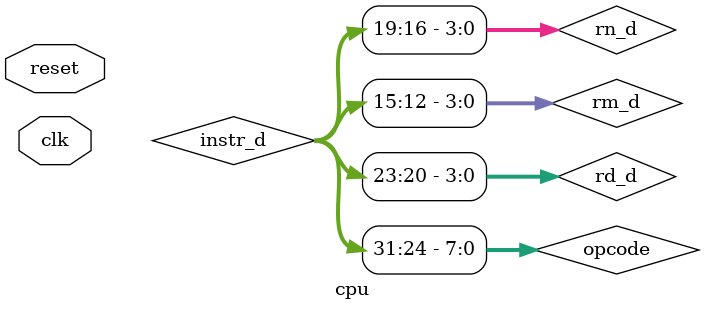
<source format=sv>
`include "regfile.sv"
`include "alu.sv"
`include "util.sv"
`include "extend.sv"
`include "controlUnit.sv"
`include "memory.sv"
`include "hazardUnit.sv"

module cpu(input  logic        clk,
           input  logic        reset);
  
  //one time variables (no similar declarations)
  logic [7:0]opcode;
  logic [3:0]rn;
  logic [3:0]rm;
  logic [11:0]imm12;
  logic [31:0] pc, PCBranch, PCnext;
  logic [1:0] PCSrc;
  logic [31:0]srcA, srcB;
  logic [31:0]wd3;
  
  //pipeline variables
  logic [3:0]  rd_d, rd_e, rd_m, rd_w, rn_d, rm_d, rn_e, rm_e;
  logic [31:0] instr_f, instr_d;
  logic [31:0] imm32_d, imm32_e;
  logic [31:0] pcplus4_f, pcplus4_d, pcplus4_e, pcplus4_m, pcplus4_w;
  logic branchreg_d, branchreg_e;
  logic branch_d, branch_e;
  logic brancheq_d, brancheq_e;
  logic branchne_d, branchne_e;
  logic regwrite_d, regwrite_e;
  logic [1:0] resultsrc_d, resultsrc_e, alucontrol_d, alucontrol_e;
  logic memwrite_d, memwrite_e, memwrite_m;
  logic alusrca_d, alusrcb_d, alusrca_e, alusrcb_e;
  logic [31:0] rega_d, regb_d, rega_e, regb_e, regb_m;
  logic [31:0] imm_d, uimm_e, imm_e, uimm_d;
  logic [3:0] aluFlags;
  logic [31:0] aluresult_e, aluresult_m, aluresult_w;
  logic regwrite_m, regwrite_w;
  logic [1:0] resultsrc_m, resultsrc_w;
  logic [31:0] memresult_m, memresult_w;
  logic [31:0] rega_fwd, regb_fwd;
  //logic for hazard unit
  logic [1:0] forwardA, forwardB; 
  logic stall, Nstall;
  logic branchTaken, BranReset, exreset;
  
  //assignments for hazard unit outputs into cpu
  assign Nstall = ~stall;
  assign BranReset = (branchTaken || reset);
  assign exreset = (branchTaken || stall || reset);
  
  mux4 muxy3(.d0(pcplus4_f), .d1(PCBranch), .d2(rega_fwd), .d3(), .s(PCSrc), .y(PCnext)); //initial mux
  
  register_ren r(.clk(clk), .reset(reset), .en(Nstall), .d(PCnext), .q(pc)); //register module instantiation

  assign pcplus4_f = pc + 32'h4; //adder for the register module
  
  imem m(.addr(pc), .data(instr_f)); //memory module instantiation
  
  register_ren #(64) IFID(.clk(clk), .reset(BranReset), .en(Nstall),
                  .d({instr_f, pcplus4_f}),
                  .q({instr_d, pcplus4_d})); //reg for ifid
  
  //breaking the instr into pieces to be dispersed
  assign opcode = instr_d[31:24]; 
  assign rd_d 	= instr_d[23:20];
  assign rn_d	= instr_d[19:16];
  assign rm_d	= instr_d[15:12];
  assign imm12 	= instr_d[11:0];
  
  controlUnit cu(.opcode(opcode), .regWrite(regwrite_d), .aluSrcA(alusrca_d), .aluSrcB(alusrcb_d), .aluControl(alucontrol_d), .memWrite(memwrite_d), .resultSrc(resultsrc_d), .Branch(branch_d), .BranchEQ(brancheq_d), .BranchNE(branchne_d), .BranchReg(branchreg_d)); //instantiated connection to the control unit module
  
  regfile rf(.clk(clk), .reset(reset), .we3(regwrite_w), .wd3(wd3), .ra1(rn_d), .ra2(rm_d), .wa3(rd_w), .rd1(rega_d), .rd2(regb_d));//register file instantiation
  
  extendUnit extend 
  (.imm12(imm12), .uimm32(uimm_d), .imm32(imm32_d));  //extend unit instantiation
  
  register_r #(184) IDEX(.clk(clk), .reset(exreset),
                         .d({branchreg_d, branch_d, brancheq_d, branchne_d, regwrite_d, resultsrc_d, memwrite_d, alucontrol_d, alusrca_d, alusrcb_d, rega_d, regb_d, uimm_d, imm32_d, pcplus4_d, rd_d, rn_d, rm_d}),
                     .q({branchreg_e, branch_e, brancheq_e, branchne_e, regwrite_e, resultsrc_e, memwrite_e, alucontrol_e, alusrca_e, alusrcb_e, rega_e, regb_e, uimm_e, imm32_e, pcplus4_e, rd_e, rn_e, rm_e})); //large idex instantiation
  
  assign PCSrc = {branchreg_e,(branch_e || (brancheq_e && aluFlags[2]) || (branchne_e && ~aluFlags[2]))}; //top level logic with added branchreg to pcsrc
  
  mux4 muxy5(.d0(rega_e), .d1(wd3), .d2(aluresult_m), .d3(), .s(forwardA), .y(rega_fwd)); //fwd mux a
  
  mux4 muxy6(.d0(regb_e), .d1(wd3), .d2(aluresult_m), .d3(), .s(forwardB), .y(regb_fwd)); //fwd mux b
  
  mux2 muxy1
  (.d0(rega_fwd), .d1(32'b0), .s(alusrca_e), .y(srcA)); //srca mux
  
  mux2 muxy2
  (.d0(regb_fwd), .d1(uimm_e), .s(alusrcb_e), .y(srcB)); //srcb mux
  
  assign PCBranch = pcplus4_e + {imm32_e[29:0], 2'b00}; //sent back to initial mux
  
  ALU send(.a(srcA), .b(srcB), .f(alucontrol_e), .flags(aluFlags), .result(aluresult_e));//alu 
  
  register_r #(104) EXMEM(.clk(clk), .reset(reset),
                          .d({regwrite_e, resultsrc_e, memwrite_e, aluresult_e, regb_fwd, pcplus4_e, rd_e}),
                          .q({regwrite_m, resultsrc_m, memwrite_m, aluresult_m, regb_m, pcplus4_m, rd_m})); //exmem
  
  dmem dm(.clk(clk), .wd(regb_m), .addr(aluresult_m), .rd(memresult_m), .we(memwrite_m)); //data memory inst
  
  register_r #(103) memwb(.clk(clk), .reset(reset),
                        .d({regwrite_m, resultsrc_m, memresult_m, aluresult_m, pcplus4_m, rd_m}),
                          .q({regwrite_w, resultsrc_w, memresult_w, aluresult_w, pcplus4_w, rd_w})); //memwb
  
  mux4 muxy4(.d0(aluresult_w), .d1(memresult_w), .d2(pcplus4_w), .d3(), .s(resultsrc_w), .y(wd3)); //final result mux
                    
  hazardUnit hazardUnit(.clk(clk), .reset(reset), .rn_d(rn_d), .rm_d(rm_d), .rn_e(rn_e), .rm_e(rm_e), .rd_e(rd_e), .rd_m(rd_m), .rd_w(rd_w), .pcSrc(PCSrc), .resultSrc_E(resultsrc_e), .regWrite_M(regwrite_m), .regWrite_W(regwrite_w), .forwardA(forwardA), .forwardB(forwardB), .stall(stall), .branchTaken(branchTaken)); //hazard unit inst (new to lab 11)
  
endmodule

</source>
